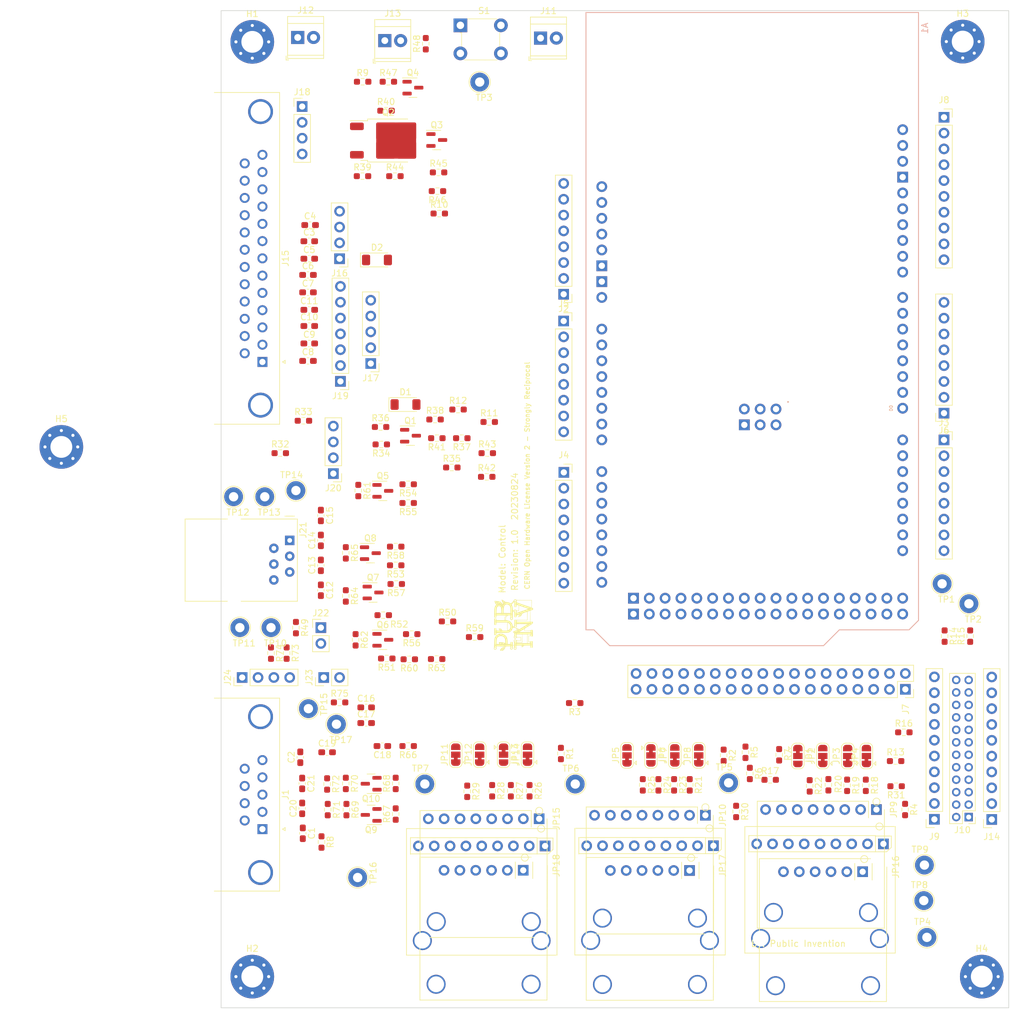
<source format=kicad_pcb>
(kicad_pcb (version 20221018) (generator pcbnew)
  (title_block (title "O") (date "2023-08-24") (rev "0.1") (company "Public Invention"))
  (layers (0 "F.Cu" signal) (31 "B.Cu" signal) (34 "B.Paste" user) (35 "F.Paste" user) (36 "B.SilkS" user "B.Silkscreen") (37 "F.SilkS" user "F.Silkscreen") (38 "B.Mask" user) (39 "F.Mask" user) (44 "Edge.Cuts" user))
  (net 0 "")
  (net 1 "/Blower controller/TachFan4")
  (net 2 "GND")
  (net 3 "/Blower controller/Switched_Fan_Power")
  (net 4 "/Blower controller/TachFan3")
  (net 5 "/Blower controller/TachFan2")
  (net 6 "/Blower controller/TachFan1")
  (net 7 "/Blower controller/PWMFan1")
  (net 8 "/Blower controller/PWMFan2")
  (net 9 "/Blower controller/PWMFan3")
  (net 10 "/Blower controller/PWMFan4")
  (net 11 "/SPI_ControllerLevel_Shifter/CIPO")
  (net 12 "/SPI_ControllerLevel_Shifter/C_SCK")
  (net 13 "/SPI_ControllerLevel_Shifter/COPI")
  (net 14 "/SPI_ControllerLevel_Shifter/nCS")
  (net 15 "/SPI_ControllerLevel_Shifter/+3V3Local")
  (net 16 "/SPI_ControllerLevel_Shifter/+5VLocal")
  (net 17 "/I2C_LevelShift/+3V3Local")
  (net 18 "/I2C_LevelShift/+5VLocal")
  (net 19 "/I2C_LevelShift/SCL_5V")
  (net 20 "/I2C_LevelShift/SDA_5V")
  (net 21 "Net-(D1-K)")
  (net 22 "Net-(J7-Pin_34)")
  (net 23 "Net-(J7-Pin_31)")
  (net 24 "Net-(A1-D14{slash}TX3)")
  (net 25 "Net-(A1-D15{slash}RX3)")
  (net 26 "Net-(A1-D16{slash}TX2)")
  (net 27 "Net-(A1-D17{slash}RX2)")
  (net 28 "/D_PSU_TX")
  (net 29 "/D_PSU_RX")
  (net 30 "D23")
  (net 31 "D22")
  (net 32 "/TX")
  (net 33 "Net-(J7-Pin_29)")
  (net 34 "Net-(J7-Pin_27)")
  (net 35 "Net-(J7-Pin_25)")
  (net 36 "DAC0")
  (net 37 "DAC1")
  (net 38 "CANR")
  (net 39 "CANT")
  (net 40 "Net-(J7-Pin_23)")
  (net 41 "+5V")
  (net 42 "+3.3V")
  (net 43 "Net-(A1-RESET)")
  (net 44 "Net-(A1-IOREF)")
  (net 45 "Net-(J7-Pin_21)")
  (net 46 "BLOWER_TACH")
  (net 47 "Net-(J7-Pin_19)")
  (net 48 "Net-(J6-Pin_3)")
  (net 49 "Net-(J6-Pin_4)")
  (net 50 "Net-(J7-Pin_17)")
  (net 51 "Net-(J6-Pin_6)")
  (net 52 "Net-(J6-Pin_7)")
  (net 53 "Net-(J6-Pin_8)")
  (net 54 "D0")
  (net 55 "D1")
  (net 56 "D32")
  (net 57 "ONE_WIRE_TC")
  (net 58 "Net-(J7-Pin_11)")
  (net 59 "Net-(J7-Pin_7)")
  (net 60 "Net-(J7-Pin_9)")
  (net 61 "5V3")
  (net 62 "5V4")
  (net 63 "Net-(J7-Pin_5)")
  (net 64 "Net-(J8-Pin_5)")
  (net 65 "D25")
  (net 66 "Net-(J8-Pin_7)")
  (net 67 "D27")
  (net 68 "BLOWER_ENABLE")
  (net 69 "D29")
  (net 70 "Net-(J8-Pin_6)")
  (net 71 "D31")
  (net 72 "Net-(J8-Pin_10)")
  (net 73 "D33")
  (net 74 "D35")
  (net 75 "D37")
  (net 76 "D39")
  (net 77 "D41")
  (net 78 "Net-(J5-Pin_8)")
  (net 79 "D43")
  (net 80 "Net-(J5-Pin_7)")
  (net 81 "D45")
  (net 82 "Net-(J5-Pin_6)")
  (net 83 "D47")
  (net 84 "Net-(J5-Pin_5)")
  (net 85 "D49")
  (net 86 "Net-(J5-Pin_4)")
  (net 87 "D51")
  (net 88 "Net-(A1-D52_CS2)")
  (net 89 "Net-(J5-Pin_3)")
  (net 90 "SCL1")
  (net 91 "SDA1")
  (net 92 "AREF")
  (net 93 "Net-(J5-Pin_2)")
  (net 94 "Net-(A1-D10_CS0)")
  (net 95 "BLOWER_PWM")
  (net 96 "/VO+")
  (net 97 "/VS+")
  (net 98 "/VO-")
  (net 99 "/VS-")
  (net 100 "/POK")
  (net 101 "/VSET")
  (net 102 "/PAR")
  (net 103 "/EN-")
  (net 104 "Net-(J10-Pin_19)")
  (net 105 "Net-(J10-Pin_20)")
  (net 106 "Net-(J18-Pin_4)")
  (net 107 "Net-(J15-P18)")
  (net 108 "SDA")
  (net 109 "SCL")
  (net 110 "Net-(J15-P19)")
  (net 111 "+24V")
  (net 112 "Net-(J15-P20)")
  (net 113 "Net-(J15-P21)")
  (net 114 "Net-(J15-P22)")
  (net 115 "Net-(J15-P23)")
  (net 116 "Net-(J15-P24)")
  (net 117 "Net-(J15-P25)")
  (net 120 "Net-(JP1-C)")
  (net 121 "/SPI_ControllerLevel_Shifter/ControllerVcc")
  (net 122 "+12V")
  (net 123 "/I2C_LevelShift/I2C_VCC")
  (net 124 "Net-(JP9-Pin_2)")
  (net 125 "Net-(Q1-G)")
  (net 126 "Net-(Q2-G)")
  (net 127 "Net-(JP2-C)")
  (net 128 "Net-(Q3-G)")
  (net 129 "Net-(Q3-D)")
  (net 130 "Net-(Q4-G)")
  (net 131 "Net-(Q4-D)")
  (net 132 "CIPO")
  (net 133 "SPI_SCK")
  (net 134 "COPI")
  (net 135 "Net-(Q9-D)")
  (net 136 "Net-(Q10-D)")
  (net 137 "/Blower controller/FAN_POWER")
  (net 138 "Net-(JP3-C)")
  (net 139 "/Blower controller/FAN1_FG")
  (net 140 "/Blower controller/nFAN1_PWM")
  (net 141 "Net-(JP9-Pin_3)")
  (net 142 "Net-(JP9-Pin_4)")
  (net 143 "/SSR Interface/Heater")
  (net 144 "/SSR Interface/Heater_SSR_Low")
  (net 145 "Net-(JP4-C)")
  (net 146 "Net-(JP9-Pin_5)")
  (net 147 "Net-(JP9-Pin_6)")
  (net 148 "Net-(A1-SPI_5V)")
  (net 149 "Net-(A1-SPI_RESET)")
  (net 150 "/Thermocouple Amplifier with 1-Wire Breakout Board - MAX31850K/+VccMAX31850")
  (net 151 "Net-(JP5-C)")
  (net 152 "Net-(JP6-C)")
  (net 153 "/AUX")
  (net 154 "/EN+")
  (net 155 "/ACI")
  (net 156 "/VCI")
  (net 157 "Net-(JP7-C)")
  (net 158 "Net-(JP8-C)")
  (net 159 "/RX")
  (net 160 "Net-(JP10-Pad2)")
  (net 161 "Net-(JP10-Pad3)")
  (net 162 "Net-(JP10-Pad4)")
  (net 163 "Net-(JP10-Pad5)")
  (net 164 "Net-(JP10-Pad6)")
  (net 165 "Net-(JP11-C)")
  (net 166 "Net-(JP12-C)")
  (net 167 "Net-(JP13-C)")
  (net 168 "Net-(JP14-C)")
  (net 169 "Net-(JP15-Pad2)")
  (net 170 "Net-(JP15-Pad3)")
  (net 171 "Net-(JP15-Pad4)")
  (net 172 "Net-(JP15-Pad5)")
  (net 173 "Net-(JP15-Pad6)")
  (net 174 "/Thermocouple Amplifier SPI Interface breakout board - MAX31855 /+VccMAX31855")
  (net 176 "/Thermocouple Amplifier SPI Interface breakout board - MAX31855 /DO")
  (net 177 "/Thermocouple Amplifier SPI Interface breakout board - MAX31855 /nCS_1")
  (net 178 "/Thermocouple Amplifier SPI Interface breakout board - MAX31855 /SCK")
  (net 180 "/Thermocouple Amplifier SPI Interface breakout board - MAX31855 /nCS_2")
  (net 182 "/Thermocouple Amplifier SPI Interface breakout board - MAX31855 /nCS_3")
  (net 183 "/Thermocouple Amplifier I2C breakout board - MCP9600/+VccMCP9600")
  (net 184 "/Thermocouple Amplifier I2C breakout board - MCP9600/SCL")
  (net 185 "/Thermocouple Amplifier I2C breakout board - MCP9600/SDA")
  (net 201 "D34")
  (net 202 "Net-(J4-Pin_4)")
  (net 203 "Net-(J4-Pin_3)")
  (net 204 "Net-(J4-Pin_2)")
  (net 205 "Net-(J4-Pin_1)")
  (net 206 "Net-(C2-Pad1)")
  (net 208 "Net-(R39-Pad2)")
  (net 209 "Net-(R60-Pad1)")
  (footprint "Resistor_SMD:R_0603_1608Metric_Pad0.98x0.95mm_HandSolder" (layer "F.Cu") (at 89.47 175.26052 -90)
    (fp_text reference "R29")
    (fp_text value "1K")
  )
  (footprint "Capacitor_SMD:C_0603_1608Metric_Pad1.08x0.95mm_HandSolder" (layer "F.Cu") (at 64.1375 87)
    (fp_text reference "C3")
    (fp_text value "39pF")
  )
  (footprint "TestPoint:TestPoint_Loop_D2.54mm_Drill1.5mm_Beaded" (layer "F.Cu") (at 71.9 189.1 90)
    (fp_text reference "TP16")
    (fp_text value "SCL_5V")
  )
  (footprint "Resistor_SMD:R_0603_1608Metric_Pad0.98x0.95mm_HandSolder" (layer "F.Cu") (at 67.1 178.2 -90)
    (fp_text reference "R71")
    (fp_text value "39R")
  )
  (footprint "Resistor_SMD:R_0603_1608Metric_Pad0.98x0.95mm_HandSolder" (layer "F.Cu") (at 70 137 -90)
    (fp_text reference "R65")
    (fp_text value "10K")
  )
  (footprint "Resistor_SMD:R_0603_1608Metric_Pad0.98x0.95mm_HandSolder" (layer "F.Cu") (at 87 123.3)
    (fp_text reference "R35")
    (fp_text value "DNI")
  )
  (footprint "Resistor_SMD:R_0603_1608Metric_Pad0.98x0.95mm_HandSolder" (layer "F.Cu") (at 82.825 55.3 90)
    (fp_text reference "R48")
    (fp_text value "1R0")
  )
  (footprint "Package_TO_SOT_SMD:SOT-23" (layer "F.Cu") (at 74.37 143.36)
    (fp_text reference "Q7")
    (fp_text value "BSS138")
  )
  (footprint "Resistor_SMD:R_0603_1608Metric_Pad0.98x0.95mm_HandSolder" (layer "F.Cu") (at 144.4 174.3875 -90)
    (fp_text reference "R22")
    (fp_text value "1K")
  )
  (footprint "Capacitor_SMD:C_0603_1608Metric_Pad1.08x0.95mm_HandSolder" (layer "F.Cu") (at 64.275 84.4)
    (fp_text reference "C4")
    (fp_text value "39pF")
  )
  (footprint "PubInv_PCB:Logo_PI_BandW_70percent_10x10" (layer "F.Cu") (at 97.1 148.6 90)
    (fp_text reference "G***" hide)
    (fp_text value "LOGO" hide)
  )
  (footprint "Connector_PinSocket_2.54mm:PinSocket_1x08_P2.54mm_Vertical" (layer "F.Cu") (at 104.94 99.8)
    (fp_text reference "J5")
    (fp_text value "Conn_01x08")
  )
  (footprint "Resistor_SMD:R_0603_1608Metric_Pad0.98x0.95mm_HandSolder" (layer "F.Cu") (at 70 143.9125 -90)
    (fp_text reference "R64")
    (fp_text value "10K")
  )
  (footprint "Resistor_SMD:R_0603_1608Metric_Pad0.98x0.95mm_HandSolder" (layer "F.Cu") (at 120.14 174.225 -90)
    (fp_text reference "R24")
    (fp_text value "1K")
  )
  (footprint "Resistor_SMD:R_0603_1608Metric_Pad0.98x0.95mm_HandSolder" (layer "F.Cu") (at 86.3125 148)
    (fp_text reference "R50")
    (fp_text value "1R")
  )
  (footprint "Resistor_SMD:R_0603_1608Metric_Pad0.98x0.95mm_HandSolder" (layer "F.Cu") (at 77.875 76.55)
    (fp_text reference "R44")
    (fp_text value "10K")
  )
  (footprint "TestPoint:TestPoint_Loop_D2.54mm_Drill1.5mm_Beaded" (layer "F.Cu") (at 169.94 145.16)
    (fp_text reference "TP2")
    (fp_text value "RX")
  )
  (footprint "Resistor_SMD:R_0603_1608Metric_Pad0.98x0.95mm_HandSolder" (layer "F.Cu") (at 99.47 175.17302 -90)
    (fp_text reference "R26")
    (fp_text value "1K")
  )
  (footprint "Jumper:SolderJumper-3_P1.3mm_Bridged12_RoundedPad1.0x1.5mm" (layer "F.Cu") (at 150.5 169.6 90)
    (fp_text reference "JP3")
    (fp_text value "SolderJumper_3_Bridged12")
  )
  (footprint "Resistor_SMD:R_0603_1608Metric_Pad0.98x0.95mm_HandSolder" (layer "F.Cu") (at 78.0875 142 180)
    (fp_text reference "R57")
    (fp_text value "1K")
  )
  (footprint "Resistor_SMD:R_0603_1608Metric_Pad0.98x0.95mm_HandSolder" (layer "F.Cu") (at 60.51 153.0875 -90)
    (fp_text reference "R73")
    (fp_text value "1R")
  )
  (footprint "TestPoint:TestPoint_Loop_D2.54mm_Drill1.5mm_Beaded" (layer "F.Cu") (at 58 149)
    (fp_text reference "TP10")
    (fp_text value "ControllerVCC")
  )
  (footprint "Resistor_SMD:R_0603_1608Metric_Pad0.98x0.95mm_HandSolder" (layer "F.Cu") (at 104.5 169.2 -90)
    (fp_text reference "R1")
    (fp_text value "1R0")
  )
  (footprint "Resistor_SMD:R_0603_1608Metric_Pad0.98x0.95mm_HandSolder" (layer "F.Cu") (at 67 174.0875 -90)
    (fp_text reference "R72")
    (fp_text value "39R")
  )
  (footprint "Resistor_SMD:R_0603_1608Metric_Pad0.98x0.95mm_HandSolder" (layer "F.Cu") (at 139.5 169.4 -90)
    (fp_text reference "R7")
    (fp_text value "1R0")
  )
  (footprint "Resistor_SMD:R_0603_1608Metric_Pad0.98x0.95mm_HandSolder" (layer "F.Cu") (at 158.1775 170.413)
    (fp_text reference "R13")
    (fp_text value "1R0")
  )
  (footprint "Resistor_SMD:R_0603_1608Metric_Pad0.98x0.95mm_HandSolder" (layer "F.Cu") (at 92.6 124.8)
    (fp_text reference "R42")
    (fp_text value "1K")
  )
  (footprint "Package_TO_SOT_SMD:SOT-23" (layer "F.Cu") (at 73.9375 137.05)
    (fp_text reference "Q8")
    (fp_text value "BSS138")
  )
  (footprint "Resistor_SMD:R_0603_1608Metric_Pad0.98x0.95mm_HandSolder" (layer "F.Cu") (at 92.6875 121)
    (fp_text reference "R43")
    (fp_text value "DNI")
  )
  (footprint "Resistor_SMD:R_0603_1608Metric_Pad0.98x0.95mm_HandSolder" (layer "F.Cu") (at 76 147 180)
    (fp_text reference "R52")
    (fp_text value "DNI")
  )
  (footprint "Resistor_SMD:R_0603_1608Metric_Pad0.98x0.95mm_HandSolder" (layer "F.Cu") (at 106.7125 161.1 180)
    (fp_text reference "R3")
    (fp_text value "1R0")
  )
  (footprint "Resistor_SMD:R_0603_1608Metric_Pad0.98x0.95mm_HandSolder" (layer "F.Cu") (at 84.9875 82.55)
    (fp_text reference "R10")
    (fp_text value "1R")
  )
  (footprint "Connector_PinHeader_2.54mm:PinHeader_1x04_P2.54mm_Vertical" (layer "F.Cu") (at 53.38 157 90)
    (fp_text reference "J24")
    (fp_text value "Conn_01x04")
  )
  (footprint "TestPoint:TestPoint_Loop_D2.54mm_Drill1.5mm_Beaded" (layer "F.Cu") (at 131.4 173.9 180)
    (fp_text reference "TP5")
    (fp_text value "+VccMAX31850_1")
  )
  (footprint "Capacitor_SMD:C_0603_1608Metric_Pad1.08x0.95mm_HandSolder" (layer "F.Cu") (at 67 169)
    (fp_text reference "C19")
    (fp_text value "1uF")
  )
  (footprint "Connector_PinSocket_2.54mm:PinSocket_1x08_P2.54mm_Vertical" (layer "F.Cu") (at 165.94 114.58 180)
    (fp_text reference "J6")
    (fp_text value "Conn_01x08")
  )
  (footprint "Connector_PinSocket_2.54mm:PinSocket_1x08_P2.54mm_Vertical" (layer "F.Cu") (at 104.965 124.085)
    (fp_text reference "J4")
    (fp_text value "Conn_01x08")
  )
  (footprint "TestPoint:TestPoint_Loop_D2.54mm_Drill1.5mm_Beaded" (layer "F.Cu") (at 91.475 61.45)
    (fp_text reference "TP3")
    (fp_text value "Due_5V2")
  )
  (footprint "Resistor_SMD:R_0603_1608Metric_Pad0.98x0.95mm_HandSolder" (layer "F.Cu") (at 80 168 180)
    (fp_text reference "R66")
    (fp_text value "1R")
  )
  (footprint "Connector_PinHeader_2.54mm:PinHeader_1x05_P2.54mm_Vertical" (layer "F.Cu") (at 74 106.62 180)
    (fp_text reference "J17")
    (fp_text value "Conn_01x05")
  )
  (footprint "Capacitor_SMD:C_0603_1608Metric_Pad1.08x0.95mm_HandSolder" (layer "F.Cu") (at 66 143 -90)
    (fp_text reference "C12")
    (fp_text value "39PF")
  )
  (footprint "PubInv_KiCad_PCB:MountingHole_3.5mm_Pad_Via" (layer "F.Cu") (at 24.375 120)
    (fp_text reference "H5")
    (fp_text value "MountingHole_Pad_3.5mm")
  )
  (footprint "Capacitor_SMD:C_0603_1608Metric_Pad1.08x0.95mm_HandSolder" (layer "F.Cu") (at 64.1375 100.6)
    (fp_text reference "C10")
    (fp_text value "39pF")
  )
  (footprint "Diode_SMD:D_MiniMELF" (layer "F.Cu") (at 75 90)
    (fp_text reference "D2")
    (fp_text value "DNI ")
  )
  (footprint "Resistor_SMD:R_0603_1608Metric_Pad0.98x0.95mm_HandSolder" (layer "F.Cu") (at 84.5675 154.04 180)
    (fp_text reference "R63")
    (fp_text value "DNI")
  )
  (footprint "Resistor_SMD:R_0603_1608Metric_Pad0.98x0.95mm_HandSolder" (layer "F.Cu") (at 58 153.0875 -90)
    (fp_text reference "R74")
    (fp_text value "DNI")
  )
  (footprint "Package_TO_SOT_SMD:SOT-23" (layer "F.Cu") (at 75.9375 150.95)
    (fp_text reference "Q6")
    (fp_text value "BSS138")
  )
  (footprint "Resistor_SMD:R_0603_1608Metric_Pad0.98x0.95mm_HandSolder" (layer "F.Cu") (at 93.47 175.17302 -90)
    (fp_text reference "R28")
    (fp_text value "1K")
  )
  (footprint "Connector_PinSocket_2.54mm:PinSocket_2x18_P2.54mm_Vertical" (layer "F.Cu") (at 159.74 158.9 -90)
    (fp_text reference "J7")
    (fp_text value "Conn_02x18_Odd_Even")
  )
  (footprint "Resistor_SMD:R_0603_1608Metric_Pad0.98x0.95mm_HandSolder" (layer "F.Cu") (at 70 174 -90)
    (fp_text reference "R70")
    (fp_text value "10K")
  )
  (footprint "TerminalBlock_TE-Connectivity:TerminalBlock_TE_282834-2_1x02_P2.54mm_Horizontal" (layer "F.Cu") (at 76.255 54.8)
    (fp_text reference "J13")
    (fp_text value "Screw_Terminal_01x02")
  )
  (footprint "Package_TO_SOT_SMD:TO-252-2" (layer "F.Cu") (at 76.8175 70.84)
    (fp_text reference "Q2")
    (fp_text value "NCE01P30K")
  )
  (footprint "TestPoint:TestPoint_Loop_D2.54mm_Drill1.5mm_Beaded" (layer "F.Cu") (at 165.64 141.96)
    (fp_text reference "TP1")
    (fp_text value "TX")
  )
  (footprint "Connector_PinSocket_2.54mm:PinSocket_1x10_P2.54mm_Vertical" (layer "F.Cu") (at 164.4 179.76 180)
    (fp_text reference "J9")
    (fp_text value "Conn_01x10")
  )
  (footprint "PubInv_KiCad_PCB:MountingHole_3.5mm_Pad_Via" (layer "F.Cu") (at 55 205)
    (fp_text reference "H2")
    (fp_text value "MountingHole_Pad_3.5mm")
  )
  (footprint "Package_TO_SOT_SMD:SOT-23" (layer "F.Cu") (at 80.7625 62.35)
    (fp_text reference "Q4")
    (fp_text value "BSS138")
  )
  (footprint "Jumper:SolderJumper-3_P1.3mm_Bridged12_RoundedPad1.0x1.5mm" (layer "F.Cu") (at 115.1 169.5 90)
    (fp_text reference "JP5")
    (fp_text value "SolderJumper_3_Bridged12")
  )
  (footprint "Resistor_SMD:R_0603_1608Metric_Pad0.98x0.95mm_HandSolder" (layer "F.Cu") (at 88 114)
    (fp_text reference "R12")
    (fp_text value "1R")
  )
  (footprint "Resistor_SMD:R_0603_1608Metric_Pad0.98x0.95mm_HandSolder" (layer "F.Cu") (at 63.2 115.8)
    (fp_text reference "R33")
    (fp_text value "1R0")
  )
  (footprint "Capacitor_SMD:C_0603_1608Metric_Pad1.08x0.95mm_HandSolder" (layer "F.Cu") (at 64.1375 89.8)
    (fp_text reference "C5")
    (fp_text value "39pF")
  )
  (footprint "PubInv_KiCad_PCB:Adafruit_MAX31850K_Module" (layer "F.Cu") (at 127.67 179.103 180)
    (fp_text reference "JP10")
    (fp_text value "MAX31850K")
  )
  (footprint "Capacitor_SMD:C_0603_1608Metric_Pad1.08x0.95mm_HandSolder" (layer "F.Cu") (at 66 139 90)
    (fp_text reference "C13")
    (fp_text value "39PF")
  )
  (footprint "Jumper:SolderJumper-3_P1.3mm_Bridged12_RoundedPad1.0x1.5mm" (layer "F.Cu") (at 122.77 169.5 90)
    (fp_text reference "JP7")
    (fp_text value "SolderJumper_3_Bridged12")
  )
  (footprint "PubInv_KiCad_PCB:MountingHole_3.5mm_Pad_Via" (layer "F.Cu") (at 168.94 54.96)
    (fp_text reference "H3")
    (fp_text value "MountingHole_Pad_3.5mm")
  )
  (footprint "Jumper:SolderJumper-3_P1.3mm_Bridged12_RoundedPad1.0x1.5mm" (layer "F.Cu") (at 146.5 169.6 90)
    (fp_text reference "JP2")
    (fp_text value "SolderJumper_3_Bridged12")
  )
  (footprint "Resistor_SMD:R_0603_1608Metric_Pad0.98x0.95mm_HandSolder" (layer "F.Cu") (at 90.6625 150.51)
    (fp_text reference "R59")
    (fp_text value "1R")
  )
  (footprint "Connector_PinSocket_2.54mm:PinSocket_1x10_P2.54mm_Vertical" (layer "F.Cu") (at 173.6 179.78 180)
    (fp_text reference "J14")
    (fp_text value "Conn_01x08")
  )
  (footprint "Connector_PinHeader_2.54mm:PinHeader_1x07_P2.54mm_Vertical" (layer "F.Cu") (at 69.1375 109.48 180)
    (fp_text reference "J19")
    (fp_text value "Conn_01x07")
  )
  (footprint "Resistor_SMD:R_0603_1608Metric_Pad0.98x0.95mm_HandSolder" (layer "F.Cu") (at 159.5 165.8)
    (fp_text reference "R16")
    (fp_text value "1R0")
  )
  (footprint "Package_TO_SOT_SMD:SOT-23" (layer "F.Cu") (at 80.375 118.2)
    (fp_text reference "Q1")
    (fp_text value "BSS138")
  )
  (footprint "PubInv_PCB:Arduino_Due_Shield" (layer "F.Cu") (at 108.515763 50.294 -90)
    (fp_text reference "A1")
    (fp_text value "Arduino_Due_Shield")
  )
  (footprint "TestPoint:TestPoint_Loop_D2.54mm_Drill1.5mm_Beaded" (layer "F.Cu") (at 52 128)
    (fp_text reference "TP12")
    (fp_text value "SCK")
  )
  (footprint "Connector_PinHeader_2.54mm:PinHeader_1x02_P2.54mm_Vertical" (layer "F.Cu") (at 66 149)
    (fp_text reference "J22")
    (fp_text value "0.100_2Pin")
  )
  (footprint "Jumper:SolderJumper-3_P1.3mm_Bridged12_RoundedPad1.0x1.5mm" (layer "F.Cu") (at 142.5 169.6 -90)
    (fp_text reference "JP1")
    (fp_text value "SolderJumper_3_Bridged12")
  )
  (footprint "Connector_PinHeader_2.54mm:PinHeader_1x04_P2.54mm_Vertical" (layer "F.Cu") (at 63 65.38)
    (fp_text reference "J18")
    (fp_text value "Conn_01x04")
  )
  (footprint "Resistor_SMD:R_0603_1608Metric_Pad0.98x0.95mm_HandSolder" (layer "F.Cu") (at 134.1 169 -90)
    (fp_text reference "R5")
    (fp_text value "1R0")
  )
  (footprint "PubInv_KiCad_PCB:Adafruit_MAX31850K_Module" (layer "F.Cu") (at 101.015 179.67 180)
    (fp_text reference "JP15")
    (fp_text value "MAX31850K")
  )
  (footprint "TestPoint:TestPoint_Loop_D2.54mm_Drill1.5mm_Beaded" (layer "F.Cu") (at 62 127 180)
    (fp_text reference "TP14")
    (fp_text value "nCS")
  )
  (footprint "TestPoint:TestPoint_Loop_D2.54mm_Drill1.5mm_Beaded" (layer "F.Cu") (at 106.8 174.1 180)
    (fp_text reference "TP6")
    (fp_text value "+VccMAX31850_2")
  )
  (footprint "Resistor_SMD:R_0603_1608Metric_Pad0.98x0.95mm_HandSolder" (layer "F.Cu") (at 80.18 154.08 180)
    (fp_text reference "R60")
    (fp_text value "DNI")
  )
  (footprint "TestPoint:TestPoint_Loop_D2.54mm_Drill1.5mm_Beaded" (layer "F.Cu") (at 53 149)
    (fp_text reference "TP11")
    (fp_text value "CPIO")
  )
  (footprint "Resistor_SMD:R_0603_1608Metric_Pad0.98x0.95mm_HandSolder" (layer "F.Cu") (at 70.1 178.2 -90)
    (fp_text reference "R69")
    (fp_text value "10K")
  )
  (footprint "Resistor_SMD:R_0603_1608Metric_Pad0.98x0.95mm_HandSolder" (layer "F.Cu") (at 134.8 172.4 -90)
    (fp_text reference "R6")
    (fp_text value "1R0")
  )
  (footprint "Resistor_SMD:R_0603_1608Metric_Pad0.98x0.95mm_HandSolder" (layer "F.Cu") (at 138.06 173.41852)
    (fp_text reference "R17")
    (fp_text value "1R0")
  )
  (footprint "Resistor_SMD:R_0603_1608Metric_Pad0.98x0.95mm_HandSolder" (layer "F.Cu") (at 78 136 180)
    (fp_text reference "R58")
    (fp_text value "1K")
  )
  (footprint "TestPoint:TestPoint_Loop_D2.54mm_Drill1.5mm_Beaded" (layer "F.Cu") (at 162.7 192.8 180)
    (fp_text reference "TP8")
    (fp_text value "+VccMAX3185")
  )
  (footprint "Diode_SMD:D_MiniMELF" (layer "F.Cu") (at 79.575 113.2)
    (fp_text reference "D1")
    (fp_text value "DNI ")
  )
  (footprint "Jumper:SolderJumper-3_P1.3mm_Bridged12_RoundedPad1.0x1.5mm" (layer "F.Cu") (at 118.935 169.5 -90)
    (fp_text reference "JP6")
    (fp_text value "SolderJumper_3_Bridged12")
  )
  (footprint "Resistor_SMD:R_0603_1608Metric_Pad0.98x0.95mm_HandSolder" (layer "F.Cu") (at 117.63 174.225 -90)
    (fp_text reference "R25")
    (fp_text value "1K")
  )
  (footprint "Resistor_SMD:R_0603_1608Metric_Pad0.98x0.95mm_HandSolder" (layer "F.Cu") (at 125.16 174.225 -90)
    (fp_text reference "R21")
    (fp_text value "1K")
  )
  (footprint "Capacitor_SMD:C_0603_1608Metric_Pad1.08x0.95mm_HandSolder" (layer "F.Cu") (at 75.8625 168 180)
    (fp_text reference "C18")
    (fp_text value "1uF")
  )
  (footprint "Capacitor_SMD:C_0603_1608Metric_Pad1.08x0.95mm_HandSolder" (layer "F.Cu") (at 62.7 169.8 90)
    (fp_text reference "C2")
    (fp_text value "39PF")
  )
  (footprint "Capacitor_SMD:C_0603_1608Metric_Pad1.08x0.95mm_HandSolder" (layer "F.Cu") (at 66 135 90)
    (fp_text reference "C14")
    (fp_text value "39PF")
  )
  (footprint "Resistor_SMD:R_0603_1608Metric_Pad0.98x0.95mm_HandSolder" (layer "F.Cu") (at 84.6 118.6 180)
    (fp_text reference "R41")
    (fp_text value "10K")
  )
  (footprint "Jumper:SolderJumper-3_P1.3mm_Bridged12_RoundedPad1.0x1.5mm" (layer "F.Cu") (at 126.605 169.5 90)
    (fp_text reference "JP8")
    (fp_text value "SolderJumper_3_Bridged12")
  )
  (footprint "Capacitor_SMD:C_0603_1608Metric_Pad1.08x0.95mm_HandSolder" (layer "F.Cu") (at 63 178 90)
    (fp_text reference "C20")
    (fp_text value "39PF")
  )
  (footprint "Jumper:SolderJumper-3_P1.3mm_Bridged12_RoundedPad1.0x1.5mm" (layer "F.Cu") (at 153.5 169.6 90)
    (fp_text reference "JP4")
    (fp_text value "SolderJumper_3_Bridged12")
  )
  (footprint "Resistor_SMD:R_0603_1608Metric_Pad0.98x0.95mm_HandSolder" (layer "F.Cu") (at 130.6 169.4875 -90)
    (fp_text reference "R2")
    (fp_text value "1R0")
  )
  (footprint "Resistor_SMD:R_0603_1608Metric_Pad0.98x0.95mm_HandSolder" (layer "F.Cu") (at 166.04 150.36 -90)
    (fp_text reference "R14")
    (fp_text value "1R0")
  )
  (footprint "Connector_Dsub:DSUB-9_Female_Horizontal_P2.77x2.84mm_EdgePinOffset4.94mm_Housed_MountingHolesOffset7.48mm" (layer "F.Cu") (at 56.625763 181.334 -90)
    (fp_text reference "J1")
    (fp_text value "DB9_Female_MountingHoles")
  )
  (footprint "Package_TO_SOT_SMD:SOT-23" (layer "F.Cu") (at 74.0625 174.05 180)
    (fp_text reference "Q10")
    (fp_text value "BSS138")
  )
  (footprint "Resistor_SMD:R_0603_1608Metric_Pad0.98x0.95mm_HandSolder" (layer "F.Cu") (at 150.4 174.3 -90)
    (fp_text reference "R19")
    (fp_text value "1K")
  )
  (footprint "TestPoint:TestPoint_Loop_D2.54mm_Drill1.5mm_Beaded" (layer "F.Cu") (at 163.2 198.7 180)
    (fp_text reference "TP4")
    (fp_text value "+VccMAX31850")
  )
  (footprint "Resistor_SMD:R_0603_1608Metric_Pad0.98x0.95mm_HandSolder" (layer "F.Cu") (at 84.3125 115.6)
    (fp_text reference "R38")
    (fp_text value "1K")
  )
  (footprint "Resistor_SMD:R_0603_1608Metric_Pad0.98x0.95mm_HandSolder" (layer "F.Cu") (at 147.4 174.2125 -90)
    (fp_text reference "R20")
    (fp_text value "1K")
  )
  (footprint "Resistor_SMD:R_0603_1608Metric_Pad0.98x0.95mm_HandSolder" (layer "F.Cu") (at 66.1 183.4 -90)
    (fp_text reference "R8")
    (fp_text value "1R0")
  )
  (footprint "Resistor_SMD:R_0603_1608Metric_Pad0.98x0.95mm_HandSolder" (layer "F.Cu") (at 158.26 174.44852 180)
    (fp_text reference "R31")
    (fp_text value "1R0")
  )
  (footprint "PubInv_KiCad_PCB:RJ12_Amphenol_54601" (layer "F.Cu") (at 61 135 -90)
    (fp_text reference "J21")
    (fp_text value "RJ12_6P6C_HORZ")
  )
  (footprint "Resistor_SMD:R_0603_1608Metric_Pad0.98x0.95mm_HandSolder" (layer "F.Cu") (at 80 129 180)
    (fp_text reference "R55")
    (fp_text value "DNI")
  )
  (footprint "Jumper:SolderJumper-3_P1.3mm_Bridged12_RoundedPad1.0x1.5mm" (layer "F.Cu") (at 87.635 169.38552 90)
    (fp_text reference "JP11")
    (fp_text value "SolderJumper_3_Bridged12")
  )
  (footprint "PubInv_KiCad_PCB:Adafruit_MCP9600_Module" (layer "F.Cu") (at 130.86 181.206 180)
    (fp_text reference "JP20" hide)
    (fp_text value "MCP9600_")
  )
  (footprint "PubInv_KiCad_PCB:MountingHole_3.5mm_Pad_Via" (layer "F.Cu") (at 55 55)
    (fp_text reference "H1")
    (fp_text value "MountingHole_Pad_3.5mm")
  )
  (footprint "Resistor_SMD:R_0603_1608Metric_Pad0.98x0.95mm_HandSolder" (layer "F.Cu") (at 80.5675 150.04 180)
    (fp_text reference "R56")
    (fp_text value "10K")
  )
  (footprint "Jumper:SolderJumper-3_P1.3mm_Bridged12_RoundedPad1.0x1.5mm" (layer "F.Cu") (at 91.47 169.38552 90)
    (fp_text reference "JP12")
    (fp_text value "SolderJumper_3_Bridged12")
  )
  (footprint "Resistor_SMD:R_0603_1608Metric_Pad0.98x0.95mm_HandSolder" (layer "F.Cu") (at 72 127 -90)
    (fp_text reference "R61")
    (fp_text value "10K")
  )
  (footprint "Resistor_SMD:R_0603_1608Metric_Pad0.98x0.95mm_HandSolder" (layer "F.Cu") (at 132.6 178.5 -90)
    (fp_text reference "R30")
    (fp_text value "1R0")
  )
  (footprint "Connector_PinHeader_2.54mm:PinHeader_1x08_P2.54mm_Vertical" (layer "F.Cu") (at 104.94 95.5 180)
    (fp_text reference "J2")
    (fp_text value "Conn_01x08")
  )
  (footprint "Resistor_SMD:R_0603_1608Metric_Pad0.98x0.95mm_HandSolder" (layer "F.Cu") (at 78 139 180)
    (fp_text reference "R53")
    (fp_text value "DNI")
  )
  (footprint "Resistor_SMD:R_0603_1608Metric_Pad0.98x0.95mm_HandSolder" (layer "F.Cu") (at 75.6875 119.6 180)
    (fp_text reference "R34")
    (fp_text value "DNI")
  )
  (footprint "TestPoint:TestPoint_Loop_D2.54mm_Drill1.5mm_Beaded" (layer "F.Cu") (at 64 162 90)
    (fp_text reference "TP15")
    (fp_text value "I2C_VCC")
  )
  (footprint "Resistor_SMD:R_0603_1608Metric_Pad0.98x0.95mm_HandSolder" (layer "F.Cu") (at 72.7 61.4)
    (fp_text reference "R9")
    (fp_text value "1R")
  )
  (footprint "Resistor_SMD:R_0603_1608Metric_Pad0.98x0.95mm_HandSolder" (layer "F.Cu") (at 59.4875 121)
    (fp_text reference "R32")
    (fp_text value "DNI")
  )
  (footprint "Resistor_SMD:R_0603_1608Metric_Pad0.98x0.95mm_HandSolder" (layer "F.Cu") (at 80 126 180)
    (fp_text reference "R54")
    (fp_text value "1K")
  )
  (footprint "Capacitor_SMD:C_0603_1608Metric_Pad1.08x0.95mm_HandSolder" (layer "F.Cu") (at 63.9375 95.2)
    (fp_text reference "C7")
    (fp_text value "39pF")
  )
  (footprint "Connector_PinHeader_2.00mm:PinHeader_2x12_P2.00mm_Vertical" (layer "F.Cu") (at 169.9 179.4 180)
    (fp_text reference "J10")
    (fp_text value "Conn_02x12_Odd_Even")
  )
  (footprint "Connector_PinSocket_2.54mm:PinSocket_1x08_P2.54mm_Vertical" (layer "F.Cu") (at 165.94 118.88)
    (fp_text reference "J3")
    (fp_text value "Conn_01x08")
  )
  (footprint "Resistor_SMD:R_0603_1608Metric_Pad0.98x0.95mm_HandSolder" (layer "F.Cu") (at 62 149 -90)
    (fp_text reference "R49")
    (fp_text value "1R")
  )
  (footprint "PubInv_KiCad_PCB:Adafruit_MAX31850K_Module" (layer "F.Cu") (at 155.105 178.19 180)
    (fp_text reference "JP9")
    (fp_text value "MAX31850K")
  )
  (footprint "Connector_PinHeader_2.54mm:PinHeader_1x04_P2.54mm_Vertical" (layer "F.Cu") (at 69 89.8 180)
    (fp_text reference "J16")
    (fp_text value "Conn_01x04")
  )
  (footprint "PubInv_KiCad_PCB:Adafruit_MAX31855_Module" (layer "F.Cu") (at 155.435 187.406 180)
    (fp_text reference "JP16")
    (fp_text value "MAX31855")
  )
  (footprint "Capacitor_SMD:C_0603_1608Metric_Pad1.08x0.95mm_HandSolder" (layer "F.Cu") (at 63.1 182 -90)
    (fp_text reference "C1")
    (fp_text value "39PF")
  )
  (footprint "TestPoint:TestPoint_Loop_D2.54mm_Drill1.5mm_Beaded" (layer "F.Cu") (at 57 128)
    (fp_text reference "TP13")
    (fp_text value "COPI")
  )
  (footprint "Resistor_SMD:R_0603_1608Metric_Pad0.98x0.95mm_HandSolder" (layer "F.Cu") (at 71.5675 150.9525 -90)
    (fp_text reference "R62")
    (fp_text value "1K")
  )
  (footprint "TerminalBlock_TE-Connectivity:TerminalBlock_TE_282834-2_1x02_P2.54mm_Horizontal" (layer "F.Cu") (at 101.23 54.4)
    (fp_text reference "J11")
    (fp_text value "Screw_Terminal_01x02")
  )
  (footprint "Capacitor_SMD:C_0603_1608Metric_Pad1.08x0.95mm_HandSolder" (layer "F.Cu") (at 63.9375 106.2)
    (fp_text reference "C8")
    (fp_text value "39pF")
  )
  (footprint "Resistor_SMD:R_0603_1608Metric_Pad0.98x0.95mm_HandSolder" (layer "F.Cu") (at 78 178.9125 90)
    (fp_text reference "R67")
    (fp_text value "10K")
  )
  (footprint "Capacitor_SMD:C_0603_1608Metric_Pad1.08x0.95mm_HandSolder" (layer "F.Cu") (at 66 131 -90)
    (fp_text reference "C15")
    (fp_text value "39PF")
  )
  (footprint "Connector_PinHeader_2.54mm:PinHeader_1x02_P2.54mm_Vertical" (layer "F.Cu") (at 66.46 157 90)
    (fp_text reference "J23")
    (fp_text value "0.100_2Pin")
  )
  (footprint "Resistor_SMD:R_0603_1608Metric_Pad0.98x0.95mm_HandSolder" (layer "F.Cu") (at 88.6 118.6 180)
    (fp_text reference "R37")
    (fp_text value "1K")
  )
  (footprint "Resistor_SMD:R_0603_1608Metric_Pad0.98x0.95mm_HandSolder" (layer "F.Cu") (at 170.14 150.36 90)
    (fp_text reference "R15")
    (fp_text value "1R0")
  )
  (footprint "Jumper:SolderJumper-3_P1.3mm_Bridged12_RoundedPad1.0x1.5mm" (layer "F.Cu") (at 99.14 169.38552 90)
    (fp_text reference "JP14")
    (fp_text value "SolderJumper_3_Bridged12")
  )
  (footprint "Connector_PinHeader_2.54mm:PinHeader_1x04_P2.54mm_Vertical" (layer "F.Cu") (at 68 124.28 180)
    (fp_text reference "J20")
    (fp_text value "Conn_01x04_Pin")
  )
  (footprint "Resistor_SMD:R_0603_1608Metric_Pad0.98x0.95mm_HandSolder" (layer "F.Cu") (at 96.47 175.17302 -90)
    (fp_text reference "R27")
    (fp_text value "1K")
  )
  (footprint "PubInv_KiCad_PCB:Adafruit_MAX31855_Module" (layer "F.Cu") (at 127.67 187.206 180)
    (fp_text reference "JP17")
    (fp_text value "MAX31855")
  )
  (footprint "PubInv_KiCad_PCB:Adafruit_MAX31855_Module" (layer "F.Cu") (at 100.995 187.17404 180)
    (fp_text reference "JP18")
    (fp_text value "MAX31855")
  )
  (footprint "TestPoint:TestPoint_Loop_D2.54mm_Drill1.5mm_Beaded" (layer "F.Cu") (at 162.8 187.1 180)
    (fp_text reference "TP9")
    (fp_text value "+VccMCP9600")
  )
  (footprint "PubInv_KiCad_PCB:Adafruit_MCP9600_Module" (layer "F.Cu") (at 158.125 180.906 180)
    (fp_text reference "JP19" hide)
    (fp_text value "MCP9600")
  )
  (footprint "Resistor_SMD:R_0603_1608Metric_Pad0.98x0.95mm_HandSolder" (layer "F.Cu") (at 72.675 76.55)
    (fp_text reference "R39")
    (fp_text value "10k")
  )
  (footprint "Resistor_SMD:R_0603_1608Metric_Pad0.98x0.95mm_HandSolder" (layer "F.Cu") (at 76.5675 153.9525 180)
    (fp_text reference "R51")
    (fp_text value "DNI")
  )
  (footprint "TestPoint:TestPoint_Loop_D2.54mm_Drill1.5mm_Beaded" (layer "F.Cu") (at 82.67 174.09104 180)
    (fp_text reference "TP7")
    (fp_text value "+VccMAX31850_3")
  )
  (footprint "Capacitor_SMD:C_0603_1608Metric_Pad1.08x0.95mm_HandSolder" (layer "F.Cu") (at 64.1375 103.4)
    (fp_text reference "C9")
    (fp_text value "39pF")
  )
  (footprint "Connector_PinSocket_2.54mm:PinSocket_1x10_P2.54mm_Vertical" (layer "F.Cu") (at 165.94 67.1)
    (fp_text reference "J8")
    (fp_text value "Conn_01x10")
  )
  (footprint "Package_TO_SOT_SMD:SOT-23" (layer "F.Cu") (at 75.9375 127.05)
    (fp_text reference "Q5")
    (fp_text value "BSS138")
  )
  (footprint "Resistor_SMD:R_0603_1608Metric_Pad0.98x0.95mm_HandSolder" (layer "F.Cu") (at 75.575 116.8)
    (fp_text reference "R36")
    (fp_text value "1K")
  )
  (footprint "Capacitor_SMD:C_0603_1608Metric_Pad1.08x0.95mm_HandSolder" (layer "F.Cu") (at 63 174 -90)
    (fp_text reference "C21")
    (fp_text value "39PF")
  )
  (footprint "Resistor_SMD:R_0603_1608Metric_Pad0.98x0.95mm_HandSolder" (layer "F.Cu") (at 84.7 78.95 180)
    (fp_text reference "R46")
    (fp_text value "10K")
  )
  (footprint "Resistor_SMD:R_0603_1608Metric_Pad0.98x0.95mm_HandSolder" (layer "F.Cu") (at 93 116)
    (fp_text reference "R11")
    (fp_text value "1R")
  )
  (footprint "Resistor_SMD:R_0603_1608Metric_Pad0.98x0.95mm_HandSolder" (layer "F.Cu") (at 76.45 66.05)
    (fp_text reference "R40")
    (fp_text value "10k")
  )
  (footprint "PubInv_KiCad_PCB:Switch_Tactile_THT_6x6mm" (layer "F.Cu") (at 88.375 52.35)
    (fp_text reference "S1")
    (fp_text value "SWITCH_TACTILE_SPST-NO_0.05A_24V")
  )
  (footprint "TestPoint:TestPoint_Loop_D2.54mm_Drill1.5mm_Beaded" (layer "F.Cu") (at 68.5 164.5)
    (fp_text reference "TP17")
    (fp_text value "SDA_5V")
  )
  (footprint "Resistor_SMD:R_0603_1608Metric_Pad0.98x0.95mm_HandSolder" (layer "F.Cu") (at 153.4 174.3 -90)
    (fp_text reference "R18")
    (fp_text value "1K")
  )
  (footprint "PubInv_KiCad_PCB:MountingHole_3.5mm_Pad_Via" (layer "F.Cu") (at 172 205)
    (fp_text reference "H4")
    (fp_text value "MountingHole_Pad_3.5mm")
  )
  (footprint "Resistor_SMD:R_0603_1608Metric_Pad0.98x0.95mm_HandSolder" (layer "F.Cu") (at 159.7 178.1875 -90)
    (fp_text reference "R4")
    (fp_text value "1R0")
  )
  (footprint "Capacitor_SMD:C_0603_1608Metric_Pad1.08x0.95mm_HandSolder" (layer "F.Cu") (at 73.2625 164.31)
    (fp_text reference "C17")
    (fp_text value "1uF")
  )
  (footprint "Resistor_SMD:R_0603_1608Metric_Pad0.98x0.95mm_HandSolder" (layer "F.Cu") (at 122.65 174.225 -90)
    (fp_text reference "R23")
    (fp_text value "1K")
  )
  (footprint "Connector_Dsub:DSUB-25_Female_Horizontal_P2.77x2.84mm_EdgePinOffset4.94mm_Housed_MountingHolesOffset7.48mm" (layer "F.Cu") (at 56.625763 106.364 -90)
    (fp_text reference "J15")
    (fp_text value "DB25_Female_MountingHoles")
  )
  (footprint "PubInv_KiCad_PCB:Adafruit_MCP9600_Module" (layer "F.Cu") (at 103.865 181.24084 180)
    (fp_text reference "JP21" hide)
    (fp_text value "MCP9600")
  )
  (footprint "Capacitor_SMD:C_0603_1608Metric_Pad1.08x0.95mm_HandSolder" (layer "F.Cu") (at 73.2625 161.8)
    (fp_text reference "C16")
    (fp_text value "1uF")
  )
  (footprint "Resistor_SMD:R_0603_1608Metric_Pad0.98x0.95mm_HandSolder" (layer "F.Cu") (at 84.875 75.95)
    (fp_text reference "R45")
    (fp_text value "1K")
  )
  (footprint "Resistor_SMD:R_0603_1608Metric_Pad0.98x0.95mm_HandSolder" (layer "F.Cu") (at 76.825 61.4)
    (fp_text reference "R47")
    (fp_text value "1K")
  )
  (footprint "Resistor_SMD:R_0603_1608Metric_Pad0.98x0.95mm_HandSolder" (layer "F.Cu") (at 78 174 90)
    (fp_text reference "R68")
    (fp_text value "10K")
  )
  (footprint "TerminalBlock_TE-Connectivity:TerminalBlock_TE_282834-2_1x02_P2.54mm_Horizontal" (layer "F.Cu") (at 62.285 54.3)
    (fp_text reference "J12")
    (fp_text value "Screw_Terminal_01x02")
  )
  (footprint "Package_TO_SOT_SMD:SOT-23" (layer "F.Cu") (at 84.5875 70.75)
    (fp_text reference "Q3")
    (fp_text value "BSS138")
  )
  (footprint "Capacitor_SMD:C_0603_1608Metric_Pad1.08x0.95mm_HandSolder" (layer "F.Cu") (at 64.1375 98)
    (fp_text reference "C11")
    (fp_text value "39pF")
  )
  (footprint "Jumper:SolderJumper-3_P1.3mm_Bridged12_RoundedPad1.0x1.5mm" (layer "F.Cu") (at 95.305 169.38552 -90)
    (fp_text reference "JP13")
    (fp_text value "SolderJumper_3_Bridged12")
  )
  (footprint "Resistor_SMD:R_0603_1608Metric_Pad0.98x0.95mm_HandSolder" (layer "F.Cu") (at 69 161)
    (fp_text reference "R75")
    (fp_text value "DNI")
  )
  (footprint "Package_TO_SOT_SMD:SOT-23" (layer "F.Cu") (at 74.0625 179.05 180)
    (fp_text reference "Q9")
    (fp_text value "BSS138")
  )
  (footprint "Capacitor_SMD:C_0603_1608Metric_Pad1.08x0.95mm_HandSolder" (layer "F.Cu") (at 63.9375 92.4)
    (fp_text reference "C6")
    (fp_text value "39pF")
  )
  (gr_line locked (start 50 210) (end 176.325763 210) (stroke (width 0.1)) (layer "Edge.Cuts"))
  (gr_line locked (start 50 50) (end 50 210) (stroke (width 0.1)) (layer "Edge.Cuts"))
  (gr_line locked (start 176.325763 210) (end 176.325763 50) (stroke (width 0.1)) (layer "Edge.Cuts"))
  (gr_line locked (start 176.325763 50) (end 50 50) (stroke (width 0.1)) (layer "Edge.Cuts"))
  (gr_text locked "CERN Open Hardware License Version 2 - Strongly Reciprocal" (at 99.1 124.6 90) (layer "F.SilkS") (effects (font (size 0.762 0.762) (thickness 0.1524))))
  (gr_text "By: Public Invention" (at 142.590763 199.707) (layer "F.SilkS") (effects (font (size 1 1))))
  (gr_text locked "Revision: 1.0  20230824" (at 97.1 133.6 90) (layer "F.SilkS") (effects (font (size 1 1))))
  (gr_text locked "Model: Control " (at 95.1 137.6 90) (layer "F.SilkS") (effects (font (size 1 1))))
)
</source>
